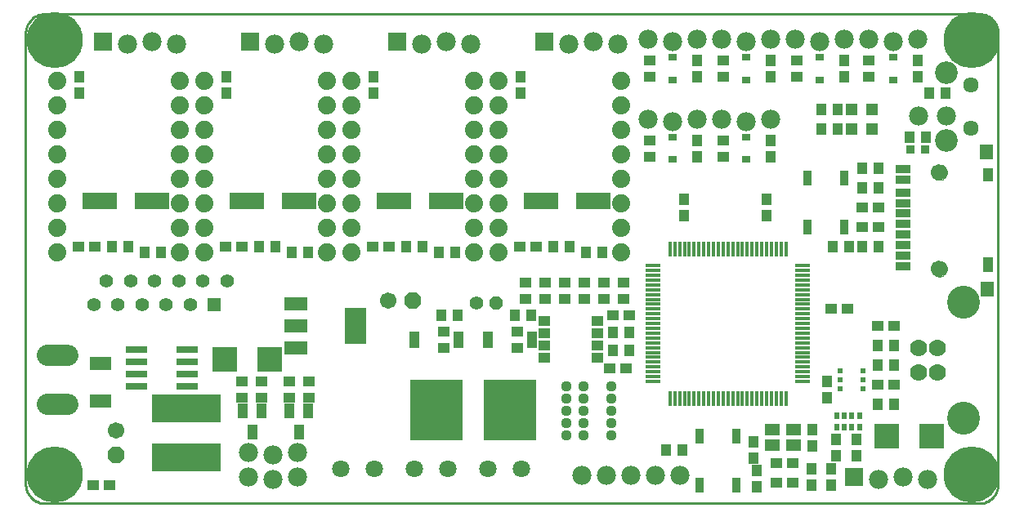
<source format=gts>
G75*
G70*
%OFA0B0*%
%FSLAX24Y24*%
%IPPOS*%
%LPD*%
%AMOC8*
5,1,8,0,0,1.08239X$1,22.5*
%
%ADD10C,0.0100*%
%ADD11R,0.0146X0.0631*%
%ADD12R,0.0631X0.0146*%
%ADD13R,0.0591X0.0512*%
%ADD14R,0.0473X0.0434*%
%ADD15R,0.0434X0.0473*%
%ADD16R,0.0340X0.0640*%
%ADD17C,0.0700*%
%ADD18C,0.1340*%
%ADD19R,0.0237X0.0237*%
%ADD20R,0.0367X0.0288*%
%ADD21R,0.0512X0.0512*%
%ADD22R,0.1040X0.1040*%
%ADD23C,0.0926*%
%ADD24C,0.0634*%
%ADD25C,0.0780*%
%ADD26R,0.0355X0.0355*%
%ADD27R,0.0571X0.0631*%
%ADD28R,0.0434X0.0591*%
%ADD29R,0.0434X0.0552*%
%ADD30R,0.0631X0.0335*%
%ADD31C,0.0000*%
%ADD32C,0.0670*%
%ADD33C,0.0740*%
%ADD34R,0.1418X0.0670*%
%ADD35R,0.0780X0.0780*%
%ADD36R,0.2166X0.2481*%
%ADD37R,0.0434X0.0670*%
%ADD38C,0.0709*%
%ADD39R,0.0920X0.0520*%
%ADD40R,0.0906X0.1457*%
%ADD41R,0.0237X0.0296*%
%ADD42R,0.0555X0.0555*%
%ADD43C,0.0555*%
%ADD44C,0.0865*%
%ADD45R,0.2796X0.1162*%
%ADD46C,0.0440*%
%ADD47R,0.0910X0.0280*%
%ADD48R,0.0867X0.0540*%
%ADD49OC8,0.0670*%
%ADD50C,0.0670*%
%ADD51OC8,0.0560*%
%ADD52C,0.0560*%
%ADD53R,0.0490X0.0400*%
%ADD54C,0.2290*%
D10*
X002785Y001429D02*
X002785Y019835D01*
X002787Y019889D01*
X002792Y019942D01*
X002801Y019995D01*
X002814Y020047D01*
X002830Y020099D01*
X002850Y020149D01*
X002873Y020197D01*
X002900Y020244D01*
X002929Y020289D01*
X002962Y020332D01*
X002997Y020372D01*
X003035Y020410D01*
X003075Y020445D01*
X003118Y020478D01*
X003163Y020507D01*
X003210Y020534D01*
X003258Y020557D01*
X003308Y020577D01*
X003360Y020593D01*
X003412Y020606D01*
X003465Y020615D01*
X003518Y020620D01*
X003572Y020622D01*
X041663Y020622D01*
X041717Y020620D01*
X041770Y020615D01*
X041823Y020606D01*
X041875Y020593D01*
X041927Y020577D01*
X041977Y020557D01*
X042025Y020534D01*
X042072Y020507D01*
X042117Y020478D01*
X042160Y020445D01*
X042200Y020410D01*
X042238Y020372D01*
X042273Y020332D01*
X042306Y020289D01*
X042335Y020244D01*
X042362Y020197D01*
X042385Y020149D01*
X042405Y020099D01*
X042421Y020047D01*
X042434Y019995D01*
X042443Y019942D01*
X042448Y019889D01*
X042450Y019835D01*
X042450Y001429D01*
X042448Y001375D01*
X042443Y001322D01*
X042434Y001269D01*
X042421Y001217D01*
X042405Y001165D01*
X042385Y001115D01*
X042362Y001067D01*
X042335Y001020D01*
X042306Y000975D01*
X042273Y000932D01*
X042238Y000892D01*
X042200Y000854D01*
X042160Y000819D01*
X042117Y000786D01*
X042072Y000757D01*
X042025Y000730D01*
X041977Y000707D01*
X041927Y000687D01*
X041875Y000671D01*
X041823Y000658D01*
X041770Y000649D01*
X041717Y000644D01*
X041663Y000642D01*
X003572Y000642D01*
X003518Y000644D01*
X003465Y000649D01*
X003412Y000658D01*
X003360Y000671D01*
X003308Y000687D01*
X003258Y000707D01*
X003210Y000730D01*
X003163Y000757D01*
X003118Y000786D01*
X003075Y000819D01*
X003035Y000854D01*
X002997Y000892D01*
X002962Y000932D01*
X002929Y000975D01*
X002900Y001020D01*
X002873Y001067D01*
X002850Y001115D01*
X002830Y001165D01*
X002814Y001217D01*
X002801Y001269D01*
X002792Y001322D01*
X002787Y001375D01*
X002785Y001429D01*
D11*
X029068Y004936D03*
X029265Y004936D03*
X029461Y004936D03*
X029658Y004936D03*
X029855Y004936D03*
X030052Y004936D03*
X030249Y004936D03*
X030446Y004936D03*
X030643Y004936D03*
X030839Y004936D03*
X031036Y004936D03*
X031233Y004936D03*
X031430Y004936D03*
X031627Y004936D03*
X031824Y004936D03*
X032021Y004936D03*
X032217Y004936D03*
X032414Y004936D03*
X032611Y004936D03*
X032808Y004936D03*
X033005Y004936D03*
X033202Y004936D03*
X033399Y004936D03*
X033595Y004936D03*
X033792Y004936D03*
X033792Y011038D03*
X033595Y011038D03*
X033399Y011038D03*
X033202Y011038D03*
X033005Y011038D03*
X032808Y011038D03*
X032611Y011038D03*
X032414Y011038D03*
X032217Y011038D03*
X032021Y011038D03*
X031824Y011038D03*
X031627Y011038D03*
X031430Y011038D03*
X031233Y011038D03*
X031036Y011038D03*
X030839Y011038D03*
X030643Y011038D03*
X030446Y011038D03*
X030249Y011038D03*
X030052Y011038D03*
X029855Y011038D03*
X029658Y011038D03*
X029461Y011038D03*
X029265Y011038D03*
X029068Y011038D03*
D12*
X028379Y010350D03*
X028379Y010153D03*
X028379Y009956D03*
X028379Y009759D03*
X028379Y009562D03*
X028379Y009365D03*
X028379Y009168D03*
X028379Y008972D03*
X028379Y008775D03*
X028379Y008578D03*
X028379Y008381D03*
X028379Y008184D03*
X028379Y007987D03*
X028379Y007790D03*
X028379Y007594D03*
X028379Y007397D03*
X028379Y007200D03*
X028379Y007003D03*
X028379Y006806D03*
X028379Y006609D03*
X028379Y006412D03*
X028379Y006216D03*
X028379Y006019D03*
X028379Y005822D03*
X028379Y005625D03*
X034481Y005625D03*
X034481Y005822D03*
X034481Y006019D03*
X034481Y006216D03*
X034481Y006412D03*
X034481Y006609D03*
X034481Y006806D03*
X034481Y007003D03*
X034481Y007200D03*
X034481Y007397D03*
X034481Y007594D03*
X034481Y007790D03*
X034481Y007987D03*
X034481Y008184D03*
X034481Y008381D03*
X034481Y008578D03*
X034481Y008775D03*
X034481Y008972D03*
X034481Y009168D03*
X034481Y009365D03*
X034481Y009562D03*
X034481Y009759D03*
X034481Y009956D03*
X034481Y010153D03*
X034481Y010350D03*
D13*
X034113Y003652D03*
X033247Y003652D03*
X033247Y003022D03*
X034113Y003022D03*
D14*
X034065Y002287D03*
X033395Y002287D03*
X033395Y001487D03*
X034065Y001487D03*
X037545Y005487D03*
X038215Y005487D03*
X038215Y007887D03*
X037545Y007887D03*
X036315Y008587D03*
X035645Y008587D03*
X036895Y011937D03*
X037565Y011937D03*
X037565Y012737D03*
X036895Y012737D03*
X031230Y014803D03*
X031230Y015472D03*
X028230Y015472D03*
X028230Y014803D03*
X028230Y018053D03*
X028230Y018722D03*
X031230Y018722D03*
X031230Y018053D03*
X034230Y018053D03*
X034230Y018722D03*
X037180Y018722D03*
X037180Y018053D03*
X023615Y011137D03*
X022945Y011137D03*
X023180Y009672D03*
X023980Y009672D03*
X024780Y009672D03*
X025580Y009672D03*
X026380Y009672D03*
X027180Y009672D03*
X027180Y009003D03*
X026380Y009003D03*
X025580Y009003D03*
X024780Y009003D03*
X023980Y009003D03*
X023180Y009003D03*
X022830Y007672D03*
X022830Y007003D03*
X019830Y007003D03*
X019830Y007672D03*
X014330Y005622D03*
X013530Y005622D03*
X013530Y004953D03*
X014330Y004953D03*
X012405Y004953D03*
X011605Y004953D03*
X011605Y005622D03*
X012405Y005622D03*
X006215Y001387D03*
X005545Y001387D03*
X005615Y011137D03*
X004945Y011137D03*
X010945Y011137D03*
X011615Y011137D03*
X016945Y011137D03*
X017615Y011137D03*
X026745Y008307D03*
X027415Y008307D03*
X027265Y006167D03*
X026595Y006167D03*
D15*
X026745Y006887D03*
X027415Y006887D03*
X027415Y007607D03*
X026745Y007607D03*
X023415Y008337D03*
X022745Y008337D03*
X020415Y008337D03*
X019745Y008337D03*
X019645Y010887D03*
X020315Y010887D03*
X018965Y011137D03*
X018295Y011137D03*
X014315Y010887D03*
X013645Y010887D03*
X012965Y011137D03*
X012295Y011137D03*
X008315Y010887D03*
X007645Y010887D03*
X006965Y011137D03*
X006295Y011137D03*
X004980Y017403D03*
X004980Y018072D03*
X010980Y018072D03*
X010980Y017403D03*
X016980Y017403D03*
X016980Y018072D03*
X022980Y018072D03*
X022980Y017403D03*
X030180Y018053D03*
X030180Y018722D03*
X033180Y018722D03*
X033180Y018053D03*
X035245Y016737D03*
X035915Y016737D03*
X035915Y015937D03*
X035245Y015937D03*
X033180Y015472D03*
X033180Y014803D03*
X030180Y014803D03*
X030180Y015472D03*
X029655Y013072D03*
X029655Y012403D03*
X026315Y010887D03*
X025645Y010887D03*
X024965Y011137D03*
X024295Y011137D03*
X033005Y012403D03*
X033005Y013072D03*
X036895Y013537D03*
X037565Y013537D03*
X037565Y014337D03*
X036895Y014337D03*
X038845Y015587D03*
X039515Y015587D03*
X039645Y017387D03*
X040315Y017387D03*
X039180Y018053D03*
X039180Y018722D03*
X036180Y018722D03*
X036180Y018053D03*
X036365Y011137D03*
X036895Y011137D03*
X037565Y011137D03*
X035695Y011137D03*
X037545Y007087D03*
X038215Y007087D03*
X038215Y006287D03*
X037545Y006287D03*
X035480Y005622D03*
X035480Y004953D03*
X037545Y004687D03*
X038215Y004687D03*
X036680Y003272D03*
X035830Y003272D03*
X034880Y003003D03*
X035830Y002603D03*
X036680Y002603D03*
X035630Y002072D03*
X034830Y002072D03*
X034830Y001403D03*
X035630Y001403D03*
X032605Y001328D03*
X032605Y001997D03*
X032480Y002503D03*
X032480Y003172D03*
X034880Y003672D03*
X029565Y002837D03*
X028895Y002837D03*
D16*
X030280Y003387D03*
X031780Y003387D03*
X031780Y001387D03*
X030280Y001387D03*
X034680Y011937D03*
X036180Y011937D03*
X036180Y013937D03*
X034680Y013937D03*
D17*
X039200Y006979D03*
X039980Y006979D03*
X039980Y005995D03*
X039200Y005995D03*
D18*
X041050Y004117D03*
X041050Y008857D03*
D19*
X036952Y006061D03*
X036952Y005687D03*
X036952Y005313D03*
X036008Y005313D03*
X036008Y005687D03*
X036008Y006061D03*
D20*
X032180Y014685D03*
X032180Y015590D03*
X029180Y015590D03*
X029180Y014685D03*
X029180Y017935D03*
X029180Y018840D03*
X032180Y018840D03*
X032180Y017935D03*
X035180Y017935D03*
X035180Y018840D03*
X038180Y018840D03*
X038180Y017935D03*
D21*
X037293Y016737D03*
X036467Y016737D03*
X036467Y015937D03*
X037293Y015937D03*
D22*
X012755Y006537D03*
X010905Y006537D03*
X037905Y003387D03*
X039755Y003387D03*
D23*
X040346Y015459D03*
X040346Y018215D03*
D24*
X041330Y017723D03*
X041330Y015951D03*
D25*
X040350Y016467D03*
X039210Y016467D03*
X033168Y016337D03*
X032168Y016237D03*
X031168Y016337D03*
X030168Y016337D03*
X029168Y016237D03*
X028168Y016337D03*
X026930Y019387D03*
X025930Y019487D03*
X024930Y019387D03*
X028168Y019587D03*
X029168Y019487D03*
X030168Y019587D03*
X031168Y019587D03*
X032168Y019487D03*
X033168Y019587D03*
X034168Y019587D03*
X035168Y019487D03*
X036168Y019587D03*
X037168Y019587D03*
X038168Y019487D03*
X039168Y019587D03*
X020930Y019387D03*
X019930Y019487D03*
X018930Y019387D03*
X014930Y019387D03*
X013930Y019487D03*
X012930Y019387D03*
X008930Y019387D03*
X007930Y019487D03*
X006930Y019387D03*
X011880Y002737D03*
X012880Y002637D03*
X013880Y002737D03*
X013880Y001737D03*
X012880Y001637D03*
X011880Y001737D03*
X025480Y001787D03*
X026480Y001787D03*
X027480Y001787D03*
X028480Y001787D03*
X029480Y001787D03*
X037580Y001637D03*
X038580Y001737D03*
X039580Y001637D03*
D26*
X039475Y015087D03*
X038885Y015087D03*
D27*
X041983Y014973D03*
X042002Y009402D03*
D28*
X042042Y010396D03*
X014304Y004420D03*
X013556Y004420D03*
X012404Y004420D03*
X011656Y004420D03*
X012030Y003554D03*
X013930Y003554D03*
D29*
X042042Y014067D03*
D30*
X038587Y013851D03*
X038587Y014284D03*
X038587Y013339D03*
X038587Y012906D03*
X038587Y012473D03*
X038587Y012040D03*
X038587Y011607D03*
X038587Y011174D03*
X038587Y010740D03*
X038587Y010307D03*
D31*
X039739Y010219D02*
X039741Y010254D01*
X039747Y010289D01*
X039757Y010323D01*
X039770Y010356D01*
X039787Y010387D01*
X039808Y010415D01*
X039831Y010442D01*
X039858Y010465D01*
X039886Y010486D01*
X039917Y010503D01*
X039950Y010516D01*
X039984Y010526D01*
X040019Y010532D01*
X040054Y010534D01*
X040089Y010532D01*
X040124Y010526D01*
X040158Y010516D01*
X040191Y010503D01*
X040222Y010486D01*
X040250Y010465D01*
X040277Y010442D01*
X040300Y010415D01*
X040321Y010387D01*
X040338Y010356D01*
X040351Y010323D01*
X040361Y010289D01*
X040367Y010254D01*
X040369Y010219D01*
X040367Y010184D01*
X040361Y010149D01*
X040351Y010115D01*
X040338Y010082D01*
X040321Y010051D01*
X040300Y010023D01*
X040277Y009996D01*
X040250Y009973D01*
X040222Y009952D01*
X040191Y009935D01*
X040158Y009922D01*
X040124Y009912D01*
X040089Y009906D01*
X040054Y009904D01*
X040019Y009906D01*
X039984Y009912D01*
X039950Y009922D01*
X039917Y009935D01*
X039886Y009952D01*
X039858Y009973D01*
X039831Y009996D01*
X039808Y010023D01*
X039787Y010051D01*
X039770Y010082D01*
X039757Y010115D01*
X039747Y010149D01*
X039741Y010184D01*
X039739Y010219D01*
X039739Y014156D02*
X039741Y014191D01*
X039747Y014226D01*
X039757Y014260D01*
X039770Y014293D01*
X039787Y014324D01*
X039808Y014352D01*
X039831Y014379D01*
X039858Y014402D01*
X039886Y014423D01*
X039917Y014440D01*
X039950Y014453D01*
X039984Y014463D01*
X040019Y014469D01*
X040054Y014471D01*
X040089Y014469D01*
X040124Y014463D01*
X040158Y014453D01*
X040191Y014440D01*
X040222Y014423D01*
X040250Y014402D01*
X040277Y014379D01*
X040300Y014352D01*
X040321Y014324D01*
X040338Y014293D01*
X040351Y014260D01*
X040361Y014226D01*
X040367Y014191D01*
X040369Y014156D01*
X040367Y014121D01*
X040361Y014086D01*
X040351Y014052D01*
X040338Y014019D01*
X040321Y013988D01*
X040300Y013960D01*
X040277Y013933D01*
X040250Y013910D01*
X040222Y013889D01*
X040191Y013872D01*
X040158Y013859D01*
X040124Y013849D01*
X040089Y013843D01*
X040054Y013841D01*
X040019Y013843D01*
X039984Y013849D01*
X039950Y013859D01*
X039917Y013872D01*
X039886Y013889D01*
X039858Y013910D01*
X039831Y013933D01*
X039808Y013960D01*
X039787Y013988D01*
X039770Y014019D01*
X039757Y014052D01*
X039747Y014086D01*
X039741Y014121D01*
X039739Y014156D01*
D32*
X040054Y014156D03*
X040054Y010219D03*
D33*
X027080Y010887D03*
X027080Y011887D03*
X027080Y012887D03*
X027080Y013887D03*
X027080Y014887D03*
X027080Y015887D03*
X027080Y016887D03*
X027080Y017887D03*
X022080Y017887D03*
X021080Y017887D03*
X021080Y016887D03*
X022080Y016887D03*
X022080Y015887D03*
X021080Y015887D03*
X021080Y014887D03*
X022080Y014887D03*
X022080Y013887D03*
X021080Y013887D03*
X021080Y012887D03*
X022080Y012887D03*
X022080Y011887D03*
X021080Y011887D03*
X021080Y010887D03*
X022080Y010887D03*
X016080Y010887D03*
X015080Y010887D03*
X015080Y011887D03*
X016080Y011887D03*
X016080Y012887D03*
X015080Y012887D03*
X015080Y013887D03*
X016080Y013887D03*
X016080Y014887D03*
X015080Y014887D03*
X015080Y015887D03*
X016080Y015887D03*
X016080Y016887D03*
X015080Y016887D03*
X015080Y017887D03*
X016080Y017887D03*
X010080Y017887D03*
X009080Y017887D03*
X009080Y016887D03*
X010080Y016887D03*
X010080Y015887D03*
X009080Y015887D03*
X009080Y014887D03*
X010080Y014887D03*
X010080Y013887D03*
X009080Y013887D03*
X009080Y012887D03*
X010080Y012887D03*
X010080Y011887D03*
X009080Y011887D03*
X009080Y010887D03*
X010080Y010887D03*
X004080Y010887D03*
X004080Y011887D03*
X004080Y012887D03*
X004080Y013887D03*
X004080Y014887D03*
X004080Y015887D03*
X004080Y016887D03*
X004080Y017887D03*
D34*
X005817Y012987D03*
X007943Y012987D03*
X011817Y012987D03*
X013943Y012987D03*
X017817Y012987D03*
X019943Y012987D03*
X023817Y012987D03*
X025943Y012987D03*
D35*
X023930Y019487D03*
X017930Y019487D03*
X011930Y019487D03*
X005930Y019487D03*
X036580Y001737D03*
D36*
X022530Y004453D03*
X019530Y004453D03*
D37*
X018632Y007327D03*
X020428Y007327D03*
X021632Y007327D03*
X023428Y007327D03*
D38*
X023019Y002048D03*
X021641Y002048D03*
X020019Y002048D03*
X018641Y002048D03*
X017019Y002048D03*
X015641Y002048D03*
D39*
X013810Y006977D03*
X013810Y007887D03*
X013810Y008797D03*
D40*
X016250Y007887D03*
D41*
X035858Y004233D03*
X036173Y004233D03*
X036487Y004233D03*
X036802Y004233D03*
X036802Y003741D03*
X036487Y003741D03*
X036173Y003741D03*
X035858Y003741D03*
D42*
X010487Y008745D03*
D43*
X009503Y008745D03*
X008519Y008745D03*
X007535Y008745D03*
X006550Y008745D03*
X005566Y008745D03*
X006074Y009729D03*
X007058Y009729D03*
X008043Y009729D03*
X009027Y009729D03*
X010011Y009729D03*
X010995Y009729D03*
D44*
X004493Y006687D02*
X003668Y006687D01*
X003668Y004687D02*
X004493Y004687D01*
D45*
X009330Y004537D03*
X009330Y002537D03*
D46*
X024830Y003437D03*
X025530Y003437D03*
X025530Y003937D03*
X024830Y003937D03*
X024830Y004437D03*
X025530Y004437D03*
X025530Y004937D03*
X024830Y004937D03*
X024830Y005437D03*
X025530Y005437D03*
X026680Y005437D03*
X026680Y004937D03*
X026680Y004437D03*
X026680Y003937D03*
X026680Y003437D03*
D47*
X009360Y005437D03*
X009360Y005937D03*
X009360Y006437D03*
X009360Y006937D03*
X007300Y006937D03*
X007300Y006437D03*
X007300Y005937D03*
X007300Y005437D03*
D48*
X005830Y004808D03*
X005830Y006367D03*
D49*
X006480Y002637D03*
X018580Y008937D03*
D50*
X017580Y008937D03*
X006480Y003637D03*
D51*
X021980Y008837D03*
D52*
X021180Y008837D03*
D53*
X023955Y008087D03*
X023955Y007587D03*
X023955Y007087D03*
X023955Y006587D03*
X026105Y006587D03*
X026105Y007087D03*
X026105Y007587D03*
X026105Y008087D03*
D54*
X041367Y001823D03*
X003966Y001823D03*
X003966Y019540D03*
X041367Y019540D03*
M02*

</source>
